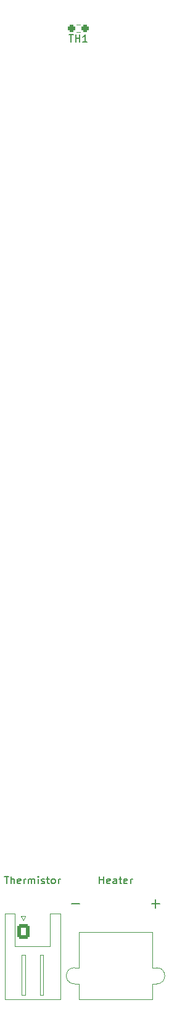
<source format=gto>
G04 #@! TF.GenerationSoftware,KiCad,Pcbnew,5.99.0-unknown-5975524826~131~ubuntu21.04.1*
G04 #@! TF.CreationDate,2021-09-24T15:40:40+02:00*
G04 #@! TF.ProjectId,e3pb,65337062-2e6b-4696-9361-645f70636258,rev?*
G04 #@! TF.SameCoordinates,Original*
G04 #@! TF.FileFunction,Legend,Top*
G04 #@! TF.FilePolarity,Positive*
%FSLAX46Y46*%
G04 Gerber Fmt 4.6, Leading zero omitted, Abs format (unit mm)*
G04 Created by KiCad (PCBNEW 5.99.0-unknown-5975524826~131~ubuntu21.04.1) date 2021-09-24 15:40:40*
%MOMM*%
%LPD*%
G01*
G04 APERTURE LIST*
G04 Aperture macros list*
%AMRoundRect*
0 Rectangle with rounded corners*
0 $1 Rounding radius*
0 $2 $3 $4 $5 $6 $7 $8 $9 X,Y pos of 4 corners*
0 Add a 4 corners polygon primitive as box body*
4,1,4,$2,$3,$4,$5,$6,$7,$8,$9,$2,$3,0*
0 Add four circle primitives for the rounded corners*
1,1,$1+$1,$2,$3*
1,1,$1+$1,$4,$5*
1,1,$1+$1,$6,$7*
1,1,$1+$1,$8,$9*
0 Add four rect primitives between the rounded corners*
20,1,$1+$1,$2,$3,$4,$5,0*
20,1,$1+$1,$4,$5,$6,$7,0*
20,1,$1+$1,$6,$7,$8,$9,0*
20,1,$1+$1,$8,$9,$2,$3,0*%
G04 Aperture macros list end*
%ADD10C,0.150000*%
%ADD11C,0.120000*%
%ADD12RoundRect,0.250000X-0.600000X-0.750000X0.600000X-0.750000X0.600000X0.750000X-0.600000X0.750000X0*%
%ADD13O,1.700000X2.000000*%
%ADD14RoundRect,0.237500X0.250000X0.237500X-0.250000X0.237500X-0.250000X-0.237500X0.250000X-0.237500X0*%
%ADD15C,1.400000*%
%ADD16R,3.500000X3.500000*%
%ADD17C,3.500000*%
G04 APERTURE END LIST*
D10*
X-10133333Y-116402380D02*
X-9561904Y-116402380D01*
X-9847619Y-117402380D02*
X-9847619Y-116402380D01*
X-9228571Y-117402380D02*
X-9228571Y-116402380D01*
X-8799999Y-117402380D02*
X-8799999Y-116878571D01*
X-8847619Y-116783333D01*
X-8942857Y-116735714D01*
X-9085714Y-116735714D01*
X-9180952Y-116783333D01*
X-9228571Y-116830952D01*
X-7942857Y-117354761D02*
X-8038095Y-117402380D01*
X-8228571Y-117402380D01*
X-8323809Y-117354761D01*
X-8371428Y-117259523D01*
X-8371428Y-116878571D01*
X-8323809Y-116783333D01*
X-8228571Y-116735714D01*
X-8038095Y-116735714D01*
X-7942857Y-116783333D01*
X-7895238Y-116878571D01*
X-7895238Y-116973809D01*
X-8371428Y-117069047D01*
X-7466666Y-117402380D02*
X-7466666Y-116735714D01*
X-7466666Y-116926190D02*
X-7419047Y-116830952D01*
X-7371428Y-116783333D01*
X-7276190Y-116735714D01*
X-7180952Y-116735714D01*
X-6847619Y-117402380D02*
X-6847619Y-116735714D01*
X-6847619Y-116830952D02*
X-6799999Y-116783333D01*
X-6704761Y-116735714D01*
X-6561904Y-116735714D01*
X-6466666Y-116783333D01*
X-6419047Y-116878571D01*
X-6419047Y-117402380D01*
X-6419047Y-116878571D02*
X-6371428Y-116783333D01*
X-6276190Y-116735714D01*
X-6133333Y-116735714D01*
X-6038095Y-116783333D01*
X-5990476Y-116878571D01*
X-5990476Y-117402380D01*
X-5514285Y-117402380D02*
X-5514285Y-116735714D01*
X-5514285Y-116402380D02*
X-5561904Y-116450000D01*
X-5514285Y-116497619D01*
X-5466666Y-116450000D01*
X-5514285Y-116402380D01*
X-5514285Y-116497619D01*
X-5085714Y-117354761D02*
X-4990476Y-117402380D01*
X-4800000Y-117402380D01*
X-4704761Y-117354761D01*
X-4657142Y-117259523D01*
X-4657142Y-117211904D01*
X-4704761Y-117116666D01*
X-4800000Y-117069047D01*
X-4942857Y-117069047D01*
X-5038095Y-117021428D01*
X-5085714Y-116926190D01*
X-5085714Y-116878571D01*
X-5038095Y-116783333D01*
X-4942857Y-116735714D01*
X-4800000Y-116735714D01*
X-4704761Y-116783333D01*
X-4371428Y-116735714D02*
X-3990476Y-116735714D01*
X-4228571Y-116402380D02*
X-4228571Y-117259523D01*
X-4180952Y-117354761D01*
X-4085714Y-117402380D01*
X-3990476Y-117402380D01*
X-3514285Y-117402380D02*
X-3609523Y-117354761D01*
X-3657142Y-117307142D01*
X-3704761Y-117211904D01*
X-3704761Y-116926190D01*
X-3657142Y-116830952D01*
X-3609523Y-116783333D01*
X-3514285Y-116735714D01*
X-3371428Y-116735714D01*
X-3276190Y-116783333D01*
X-3228571Y-116830952D01*
X-3180952Y-116926190D01*
X-3180952Y-117211904D01*
X-3228571Y-117307142D01*
X-3276190Y-117354761D01*
X-3371428Y-117402380D01*
X-3514285Y-117402380D01*
X-2752380Y-117402380D02*
X-2752380Y-116735714D01*
X-2752380Y-116926190D02*
X-2704761Y-116830952D01*
X-2657142Y-116783333D01*
X-2561904Y-116735714D01*
X-2466666Y-116735714D01*
X2909523Y-117402380D02*
X2909523Y-116402380D01*
X2909523Y-116878571D02*
X3480952Y-116878571D01*
X3480952Y-117402380D02*
X3480952Y-116402380D01*
X4338095Y-117354761D02*
X4242857Y-117402380D01*
X4052380Y-117402380D01*
X3957142Y-117354761D01*
X3909523Y-117259523D01*
X3909523Y-116878571D01*
X3957142Y-116783333D01*
X4052380Y-116735714D01*
X4242857Y-116735714D01*
X4338095Y-116783333D01*
X4385714Y-116878571D01*
X4385714Y-116973809D01*
X3909523Y-117069047D01*
X5242857Y-117402380D02*
X5242857Y-116878571D01*
X5195238Y-116783333D01*
X5100000Y-116735714D01*
X4909523Y-116735714D01*
X4814285Y-116783333D01*
X5242857Y-117354761D02*
X5147619Y-117402380D01*
X4909523Y-117402380D01*
X4814285Y-117354761D01*
X4766666Y-117259523D01*
X4766666Y-117164285D01*
X4814285Y-117069047D01*
X4909523Y-117021428D01*
X5147619Y-117021428D01*
X5242857Y-116973809D01*
X5576190Y-116735714D02*
X5957142Y-116735714D01*
X5719047Y-116402380D02*
X5719047Y-117259523D01*
X5766666Y-117354761D01*
X5861904Y-117402380D01*
X5957142Y-117402380D01*
X6671428Y-117354761D02*
X6576190Y-117402380D01*
X6385714Y-117402380D01*
X6290476Y-117354761D01*
X6242857Y-117259523D01*
X6242857Y-116878571D01*
X6290476Y-116783333D01*
X6385714Y-116735714D01*
X6576190Y-116735714D01*
X6671428Y-116783333D01*
X6719047Y-116878571D01*
X6719047Y-116973809D01*
X6242857Y-117069047D01*
X7147619Y-117402380D02*
X7147619Y-116735714D01*
X7147619Y-116926190D02*
X7195238Y-116830952D01*
X7242857Y-116783333D01*
X7338095Y-116735714D01*
X7433333Y-116735714D01*
X-1285714Y-882380D02*
X-714285Y-882380D01*
X-999999Y-1882380D02*
X-999999Y-882380D01*
X-380952Y-1882380D02*
X-380952Y-882380D01*
X-380952Y-1358571D02*
X190476Y-1358571D01*
X190476Y-1882380D02*
X190476Y-882380D01*
X1190476Y-1882380D02*
X619047Y-1882380D01*
X904761Y-1882380D02*
X904761Y-882380D01*
X809523Y-1025238D01*
X714285Y-1120476D01*
X619047Y-1168095D01*
X-971428Y-120157142D02*
X171428Y-120157142D01*
X10028571Y-120157142D02*
X11171428Y-120157142D01*
X10600000Y-120728571D02*
X10600000Y-119585714D01*
D11*
X-3910000Y-121540000D02*
X-3910000Y-126040000D01*
X-6300000Y-133260000D02*
X-2490000Y-133260000D01*
X-7800000Y-132650000D02*
X-7300000Y-132650000D01*
X-10110000Y-121540000D02*
X-8690000Y-121540000D01*
X-3910000Y-126040000D02*
X-6300000Y-126040000D01*
X-7800000Y-127150000D02*
X-7800000Y-132650000D01*
X-7850000Y-121850000D02*
X-7250000Y-121850000D01*
X-8690000Y-126040000D02*
X-6300000Y-126040000D01*
X-7300000Y-127150000D02*
X-7800000Y-127150000D01*
X-5300000Y-132650000D02*
X-4800000Y-132650000D01*
X-4800000Y-132650000D02*
X-4800000Y-127150000D01*
X-8690000Y-121540000D02*
X-8690000Y-126040000D01*
X-7300000Y-132650000D02*
X-7300000Y-127150000D01*
X-7250000Y-121850000D02*
X-7550000Y-122450000D01*
X-5300000Y-127150000D02*
X-5300000Y-132650000D01*
X-7550000Y-122450000D02*
X-7850000Y-121850000D01*
X-4800000Y-127150000D02*
X-5300000Y-127150000D01*
X-10110000Y-133260000D02*
X-10110000Y-121540000D01*
X-6300000Y-133260000D02*
X-10110000Y-133260000D01*
X-2490000Y-121540000D02*
X-3910000Y-121540000D01*
X-2490000Y-133260000D02*
X-2490000Y-121540000D01*
X254724Y522500D02*
X-254724Y522500D01*
X254724Y-522500D02*
X-254724Y-522500D01*
X10750000Y-131160000D02*
X10160000Y-131160000D01*
X10160000Y-128940000D02*
X10160000Y-124040000D01*
X40000Y-133260000D02*
X40000Y-131160000D01*
X10750000Y-128940000D02*
X10160000Y-128940000D01*
X10160000Y-133260000D02*
X40000Y-133260000D01*
X40000Y-131160000D02*
X-550000Y-131160000D01*
X40000Y-128940000D02*
X-550000Y-128940000D01*
X10160000Y-124040000D02*
X40000Y-124040000D01*
X40000Y-128940000D02*
X40000Y-124040000D01*
X10160000Y-133260000D02*
X10160000Y-131160000D01*
X-550000Y-131160000D02*
G75*
G02*
X-550000Y-128940000I0J1110000D01*
G01*
X10750000Y-128940000D02*
G75*
G02*
X10750000Y-131160000I0J-1110000D01*
G01*
%LPC*%
D12*
X-7550000Y-123950000D03*
D13*
X-5050000Y-123950000D03*
D14*
X912500Y0D03*
X-912500Y0D03*
D15*
X10600000Y-130050000D03*
X-400000Y-130050000D03*
D16*
X2600000Y-120050000D03*
D17*
X7600000Y-120050000D03*
M02*

</source>
